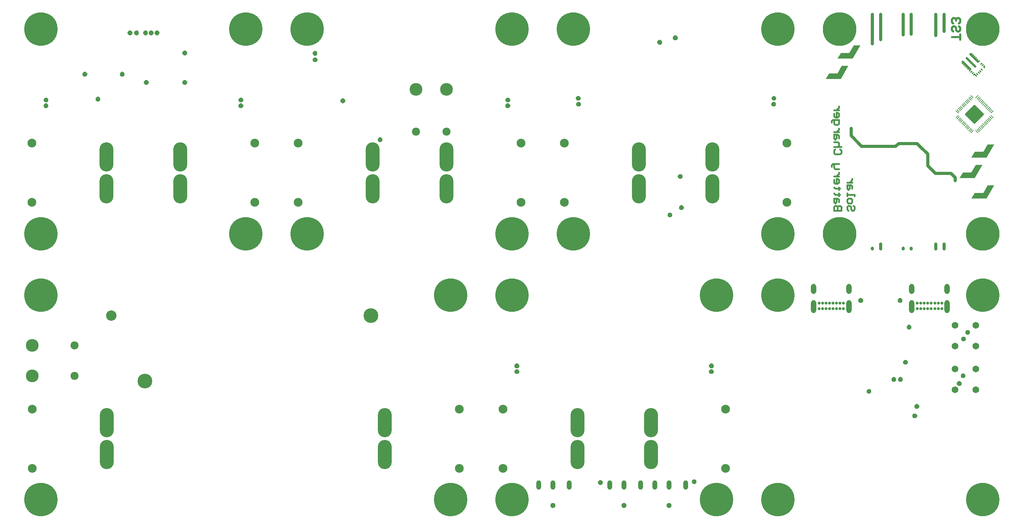
<source format=gbs>
G04*
G04 #@! TF.GenerationSoftware,Altium Limited,Altium Designer,23.7.1 (13)*
G04*
G04 Layer_Color=6502151*
%FSLAX25Y25*%
%MOIN*%
G70*
G04*
G04 #@! TF.SameCoordinates,97747FA3-686D-44AE-B9B3-03A7D2E65678*
G04*
G04*
G04 #@! TF.FilePolarity,Negative*
G04*
G01*
G75*
%ADD30C,0.01968*%
%ADD34C,0.01772*%
G04:AMPARAMS|DCode=61|XSize=51.18mil|YSize=98.43mil|CornerRadius=25.59mil|HoleSize=0mil|Usage=FLASHONLY|Rotation=180.000|XOffset=0mil|YOffset=0mil|HoleType=Round|Shape=RoundedRectangle|*
%AMROUNDEDRECTD61*
21,1,0.05118,0.04724,0,0,180.0*
21,1,0.00000,0.09843,0,0,180.0*
1,1,0.05118,0.00000,0.02362*
1,1,0.05118,0.00000,0.02362*
1,1,0.05118,0.00000,-0.02362*
1,1,0.05118,0.00000,-0.02362*
%
%ADD61ROUNDEDRECTD61*%
G04:AMPARAMS|DCode=101|XSize=125.98mil|YSize=51.18mil|CornerRadius=25.59mil|HoleSize=0mil|Usage=FLASHONLY|Rotation=270.000|XOffset=0mil|YOffset=0mil|HoleType=Round|Shape=RoundedRectangle|*
%AMROUNDEDRECTD101*
21,1,0.12598,0.00000,0,0,270.0*
21,1,0.07480,0.05118,0,0,270.0*
1,1,0.05118,0.00000,-0.03740*
1,1,0.05118,0.00000,0.03740*
1,1,0.05118,0.00000,0.03740*
1,1,0.05118,0.00000,-0.03740*
%
%ADD101ROUNDEDRECTD101*%
%ADD102C,0.02756*%
G04:AMPARAMS|DCode=103|XSize=27.56mil|YSize=62.99mil|CornerRadius=13.78mil|HoleSize=0mil|Usage=FLASHONLY|Rotation=180.000|XOffset=0mil|YOffset=0mil|HoleType=Round|Shape=RoundedRectangle|*
%AMROUNDEDRECTD103*
21,1,0.02756,0.03543,0,0,180.0*
21,1,0.00000,0.06299,0,0,180.0*
1,1,0.02756,0.00000,0.01772*
1,1,0.02756,0.00000,0.01772*
1,1,0.02756,0.00000,-0.01772*
1,1,0.02756,0.00000,-0.01772*
%
%ADD103ROUNDEDRECTD103*%
%ADD105C,0.05118*%
G04:AMPARAMS|DCode=113|XSize=34.45mil|YSize=7.87mil|CornerRadius=1.18mil|HoleSize=0mil|Usage=FLASHONLY|Rotation=45.000|XOffset=0mil|YOffset=0mil|HoleType=Round|Shape=RoundedRectangle|*
%AMROUNDEDRECTD113*
21,1,0.03445,0.00551,0,0,45.0*
21,1,0.03209,0.00787,0,0,45.0*
1,1,0.00236,0.01329,0.00940*
1,1,0.00236,-0.00940,-0.01329*
1,1,0.00236,-0.01329,-0.00940*
1,1,0.00236,0.00940,0.01329*
%
%ADD113ROUNDEDRECTD113*%
G04:AMPARAMS|DCode=114|XSize=7.87mil|YSize=34.45mil|CornerRadius=1.18mil|HoleSize=0mil|Usage=FLASHONLY|Rotation=45.000|XOffset=0mil|YOffset=0mil|HoleType=Round|Shape=RoundedRectangle|*
%AMROUNDEDRECTD114*
21,1,0.00787,0.03209,0,0,45.0*
21,1,0.00551,0.03445,0,0,45.0*
1,1,0.00236,0.01329,-0.00940*
1,1,0.00236,0.00940,-0.01329*
1,1,0.00236,-0.01329,0.00940*
1,1,0.00236,-0.00940,0.01329*
%
%ADD114ROUNDEDRECTD114*%
%ADD198C,0.32296*%
%ADD199C,0.06312*%
%ADD200C,0.08465*%
%ADD201C,0.12284*%
%ADD202C,0.07795*%
%ADD203C,0.14173*%
%ADD204C,0.10000*%
%ADD205O,0.13386X0.28150*%
%ADD206C,0.32087*%
%ADD207C,0.06496*%
%ADD208O,0.04756X0.09118*%
G04:AMPARAMS|DCode=209|XSize=20.47mil|YSize=11.81mil|CornerRadius=2.95mil|HoleSize=0mil|Usage=FLASHONLY|Rotation=135.000|XOffset=0mil|YOffset=0mil|HoleType=Round|Shape=RoundedRectangle|*
%AMROUNDEDRECTD209*
21,1,0.02047,0.00591,0,0,135.0*
21,1,0.01457,0.01181,0,0,135.0*
1,1,0.00591,-0.00306,0.00724*
1,1,0.00591,0.00724,-0.00306*
1,1,0.00591,0.00306,-0.00724*
1,1,0.00591,-0.00724,0.00306*
%
%ADD209ROUNDEDRECTD209*%
G04:AMPARAMS|DCode=210|XSize=11.81mil|YSize=21.06mil|CornerRadius=2.95mil|HoleSize=0mil|Usage=FLASHONLY|Rotation=45.000|XOffset=0mil|YOffset=0mil|HoleType=Round|Shape=RoundedRectangle|*
%AMROUNDEDRECTD210*
21,1,0.01181,0.01516,0,0,45.0*
21,1,0.00591,0.02106,0,0,45.0*
1,1,0.00591,0.00745,-0.00327*
1,1,0.00591,0.00327,-0.00745*
1,1,0.00591,-0.00745,0.00327*
1,1,0.00591,-0.00327,0.00745*
%
%ADD210ROUNDEDRECTD210*%
G04:AMPARAMS|DCode=211|XSize=11.81mil|YSize=21.06mil|CornerRadius=2.95mil|HoleSize=0mil|Usage=FLASHONLY|Rotation=135.000|XOffset=0mil|YOffset=0mil|HoleType=Round|Shape=RoundedRectangle|*
%AMROUNDEDRECTD211*
21,1,0.01181,0.01516,0,0,135.0*
21,1,0.00591,0.02106,0,0,135.0*
1,1,0.00591,0.00327,0.00745*
1,1,0.00591,0.00745,0.00327*
1,1,0.00591,-0.00327,-0.00745*
1,1,0.00591,-0.00745,-0.00327*
%
%ADD211ROUNDEDRECTD211*%
G04:AMPARAMS|DCode=212|XSize=11.81mil|YSize=34.96mil|CornerRadius=2.95mil|HoleSize=0mil|Usage=FLASHONLY|Rotation=225.000|XOffset=0mil|YOffset=0mil|HoleType=Round|Shape=RoundedRectangle|*
%AMROUNDEDRECTD212*
21,1,0.01181,0.02906,0,0,225.0*
21,1,0.00591,0.03496,0,0,225.0*
1,1,0.00591,-0.01236,0.00819*
1,1,0.00591,-0.00819,0.01236*
1,1,0.00591,0.01236,-0.00819*
1,1,0.00591,0.00819,-0.01236*
%
%ADD212ROUNDEDRECTD212*%
G04:AMPARAMS|DCode=213|XSize=11.81mil|YSize=20.47mil|CornerRadius=2.95mil|HoleSize=0mil|Usage=FLASHONLY|Rotation=135.000|XOffset=0mil|YOffset=0mil|HoleType=Round|Shape=RoundedRectangle|*
%AMROUNDEDRECTD213*
21,1,0.01181,0.01457,0,0,135.0*
21,1,0.00591,0.02047,0,0,135.0*
1,1,0.00591,0.00306,0.00724*
1,1,0.00591,0.00724,0.00306*
1,1,0.00591,-0.00306,-0.00724*
1,1,0.00591,-0.00724,-0.00306*
%
%ADD213ROUNDEDRECTD213*%
G04:AMPARAMS|DCode=214|XSize=18.9mil|YSize=134.06mil|CornerRadius=4.72mil|HoleSize=0mil|Usage=FLASHONLY|Rotation=225.000|XOffset=0mil|YOffset=0mil|HoleType=Round|Shape=RoundedRectangle|*
%AMROUNDEDRECTD214*
21,1,0.01890,0.12461,0,0,225.0*
21,1,0.00945,0.13406,0,0,225.0*
1,1,0.00945,-0.04740,0.04071*
1,1,0.00945,-0.04071,0.04740*
1,1,0.00945,0.04740,-0.04071*
1,1,0.00945,0.04071,-0.04740*
%
%ADD214ROUNDEDRECTD214*%
G04:AMPARAMS|DCode=215|XSize=23.23mil|YSize=118.11mil|CornerRadius=5.81mil|HoleSize=0mil|Usage=FLASHONLY|Rotation=225.000|XOffset=0mil|YOffset=0mil|HoleType=Round|Shape=RoundedRectangle|*
%AMROUNDEDRECTD215*
21,1,0.02323,0.10650,0,0,225.0*
21,1,0.01161,0.11811,0,0,225.0*
1,1,0.01161,-0.04176,0.03355*
1,1,0.01161,-0.03355,0.04176*
1,1,0.01161,0.04176,-0.03355*
1,1,0.01161,0.03355,-0.04176*
%
%ADD215ROUNDEDRECTD215*%
%ADD216C,0.02953*%
G04:AMPARAMS|DCode=217|XSize=133.98mil|YSize=133.98mil|CornerRadius=7.15mil|HoleSize=0mil|Usage=FLASHONLY|Rotation=45.000|XOffset=0mil|YOffset=0mil|HoleType=Round|Shape=RoundedRectangle|*
%AMROUNDEDRECTD217*
21,1,0.13398,0.11969,0,0,45.0*
21,1,0.11969,0.13398,0,0,45.0*
1,1,0.01430,0.08463,0.00000*
1,1,0.01430,0.00000,-0.08463*
1,1,0.01430,-0.08463,0.00000*
1,1,0.01430,0.00000,0.08463*
%
%ADD217ROUNDEDRECTD217*%
G36*
X230361Y569584D02*
X230406Y569573D01*
X230437Y569560D01*
X230449Y569555D01*
X230489Y569531D01*
X230524Y569501D01*
X231705Y568320D01*
X231736Y568284D01*
X231760Y568245D01*
X231765Y568232D01*
X231778Y568202D01*
X231789Y568157D01*
X231792Y568110D01*
Y566535D01*
X231789Y566489D01*
X231778Y566444D01*
X231765Y566413D01*
X231760Y566401D01*
X231736Y566361D01*
X231705Y566326D01*
X230524Y565145D01*
X230489Y565115D01*
X230449Y565090D01*
X230437Y565085D01*
X230406Y565073D01*
X230361Y565062D01*
X230315Y565058D01*
X228740D01*
X228694Y565062D01*
X228649Y565073D01*
X228618Y565085D01*
X228606Y565090D01*
X228566Y565115D01*
X228531Y565145D01*
X227350Y566326D01*
X227319Y566361D01*
X227295Y566401D01*
X227290Y566413D01*
X227277Y566444D01*
X227267Y566489D01*
X227263Y566535D01*
Y568110D01*
X227267Y568157D01*
X227277Y568202D01*
X227290Y568232D01*
X227295Y568245D01*
X227319Y568284D01*
X227350Y568320D01*
X228531Y569501D01*
X228566Y569531D01*
X228606Y569555D01*
X228618Y569560D01*
X228649Y569573D01*
X228694Y569584D01*
X228740Y569588D01*
X230315D01*
X230361Y569584D01*
D02*
G37*
G36*
X224850D02*
X224895Y569573D01*
X224925Y569560D01*
X224938Y569555D01*
X224977Y569531D01*
X225013Y569501D01*
X226194Y568320D01*
X226224Y568284D01*
X226248Y568245D01*
X226253Y568232D01*
X226266Y568202D01*
X226277Y568157D01*
X226280Y568110D01*
Y566535D01*
X226277Y566489D01*
X226266Y566444D01*
X226253Y566413D01*
X226248Y566401D01*
X226224Y566361D01*
X226194Y566326D01*
X225013Y565145D01*
X224977Y565115D01*
X224938Y565090D01*
X224925Y565085D01*
X224895Y565073D01*
X224850Y565062D01*
X224803Y565058D01*
X223228D01*
X223182Y565062D01*
X223137Y565073D01*
X223106Y565085D01*
X223094Y565090D01*
X223054Y565115D01*
X223019Y565145D01*
X221838Y566326D01*
X221808Y566361D01*
X221783Y566401D01*
X221778Y566413D01*
X221765Y566444D01*
X221755Y566489D01*
X221751Y566535D01*
Y568110D01*
X221755Y568157D01*
X221765Y568202D01*
X221778Y568232D01*
X221783Y568245D01*
X221808Y568284D01*
X221838Y568320D01*
X223019Y569501D01*
X223054Y569531D01*
X223094Y569555D01*
X223106Y569560D01*
X223137Y569573D01*
X223182Y569584D01*
X223228Y569588D01*
X224803D01*
X224850Y569584D01*
D02*
G37*
G36*
X219338D02*
X219383Y569573D01*
X219413Y569560D01*
X219426Y569555D01*
X219465Y569531D01*
X219501Y569501D01*
X220682Y568320D01*
X220712Y568284D01*
X220736Y568245D01*
X220742Y568232D01*
X220754Y568202D01*
X220765Y568157D01*
X220769Y568110D01*
Y566535D01*
X220765Y566489D01*
X220754Y566444D01*
X220742Y566413D01*
X220736Y566401D01*
X220712Y566361D01*
X220682Y566326D01*
X219501Y565145D01*
X219465Y565115D01*
X219426Y565090D01*
X219413Y565085D01*
X219383Y565073D01*
X219338Y565062D01*
X219291Y565058D01*
X217717D01*
X217670Y565062D01*
X217625Y565073D01*
X217595Y565085D01*
X217582Y565090D01*
X217542Y565115D01*
X217507Y565145D01*
X216326Y566326D01*
X216296Y566361D01*
X216271Y566401D01*
X216266Y566413D01*
X216254Y566444D01*
X216243Y566489D01*
X216239Y566535D01*
Y568110D01*
X216243Y568157D01*
X216254Y568202D01*
X216266Y568232D01*
X216271Y568245D01*
X216296Y568284D01*
X216326Y568320D01*
X217507Y569501D01*
X217542Y569531D01*
X217582Y569555D01*
X217595Y569560D01*
X217625Y569573D01*
X217670Y569584D01*
X217717Y569588D01*
X219291D01*
X219338Y569584D01*
D02*
G37*
G36*
X210676D02*
X210721Y569573D01*
X210752Y569560D01*
X210764Y569555D01*
X210804Y569531D01*
X210839Y569501D01*
X212020Y568320D01*
X212051Y568284D01*
X212075Y568245D01*
X212080Y568232D01*
X212093Y568202D01*
X212104Y568157D01*
X212107Y568110D01*
Y566535D01*
X212104Y566489D01*
X212093Y566444D01*
X212080Y566413D01*
X212075Y566401D01*
X212051Y566361D01*
X212020Y566326D01*
X210839Y565145D01*
X210804Y565115D01*
X210764Y565090D01*
X210752Y565085D01*
X210721Y565073D01*
X210676Y565062D01*
X210630Y565058D01*
X209055D01*
X209009Y565062D01*
X208964Y565073D01*
X208933Y565085D01*
X208921Y565090D01*
X208881Y565115D01*
X208846Y565145D01*
X207665Y566326D01*
X207634Y566361D01*
X207610Y566401D01*
X207605Y566413D01*
X207592Y566444D01*
X207581Y566489D01*
X207578Y566535D01*
Y568110D01*
X207581Y568157D01*
X207592Y568202D01*
X207605Y568232D01*
X207610Y568245D01*
X207634Y568284D01*
X207665Y568320D01*
X208846Y569501D01*
X208881Y569531D01*
X208921Y569555D01*
X208933Y569560D01*
X208964Y569573D01*
X209009Y569584D01*
X209055Y569588D01*
X210630D01*
X210676Y569584D01*
D02*
G37*
G36*
X204377D02*
X204422Y569573D01*
X204453Y569560D01*
X204465Y569555D01*
X204505Y569531D01*
X204540Y569501D01*
X205721Y568320D01*
X205751Y568284D01*
X205776Y568245D01*
X205781Y568232D01*
X205793Y568202D01*
X205804Y568157D01*
X205808Y568110D01*
Y566535D01*
X205804Y566489D01*
X205793Y566444D01*
X205781Y566413D01*
X205776Y566401D01*
X205751Y566361D01*
X205721Y566326D01*
X204540Y565145D01*
X204505Y565115D01*
X204465Y565090D01*
X204453Y565085D01*
X204422Y565073D01*
X204377Y565062D01*
X204331Y565058D01*
X202756D01*
X202710Y565062D01*
X202664Y565073D01*
X202634Y565085D01*
X202621Y565090D01*
X202582Y565115D01*
X202547Y565145D01*
X201365Y566326D01*
X201335Y566361D01*
X201311Y566401D01*
X201306Y566413D01*
X201293Y566444D01*
X201282Y566489D01*
X201279Y566535D01*
Y568110D01*
X201282Y568157D01*
X201293Y568202D01*
X201306Y568232D01*
X201311Y568245D01*
X201335Y568284D01*
X201365Y568320D01*
X202547Y569501D01*
X202582Y569531D01*
X202621Y569555D01*
X202634Y569560D01*
X202664Y569573D01*
X202710Y569584D01*
X202756Y569588D01*
X204331D01*
X204377Y569584D01*
D02*
G37*
G36*
X728787Y564859D02*
X728832Y564849D01*
X728862Y564836D01*
X728875Y564831D01*
X728914Y564807D01*
X728950Y564776D01*
X730131Y563595D01*
X730161Y563560D01*
X730185Y563520D01*
X730190Y563508D01*
X730203Y563477D01*
X730214Y563432D01*
X730217Y563386D01*
Y561811D01*
X730214Y561765D01*
X730203Y561720D01*
X730190Y561689D01*
X730185Y561677D01*
X730161Y561637D01*
X730131Y561602D01*
X728950Y560421D01*
X728914Y560390D01*
X728875Y560366D01*
X728862Y560361D01*
X728832Y560348D01*
X728787Y560337D01*
X728740Y560334D01*
X727165D01*
X727119Y560337D01*
X727074Y560348D01*
X727043Y560361D01*
X727031Y560366D01*
X726991Y560390D01*
X726956Y560421D01*
X725775Y561602D01*
X725745Y561637D01*
X725720Y561677D01*
X725715Y561689D01*
X725702Y561720D01*
X725692Y561765D01*
X725688Y561811D01*
Y563386D01*
X725692Y563432D01*
X725702Y563477D01*
X725715Y563508D01*
X725720Y563520D01*
X725745Y563560D01*
X725775Y563595D01*
X726956Y564776D01*
X726991Y564807D01*
X727031Y564831D01*
X727043Y564836D01*
X727074Y564849D01*
X727119Y564859D01*
X727165Y564863D01*
X728740D01*
X728787Y564859D01*
D02*
G37*
G36*
X713826Y560529D02*
X713871Y560518D01*
X713901Y560505D01*
X713914Y560500D01*
X713954Y560476D01*
X713989Y560446D01*
X715170Y559265D01*
X715200Y559229D01*
X715225Y559190D01*
X715230Y559177D01*
X715242Y559147D01*
X715253Y559101D01*
X715257Y559055D01*
Y557480D01*
X715253Y557434D01*
X715242Y557389D01*
X715230Y557358D01*
X715225Y557346D01*
X715200Y557306D01*
X715170Y557271D01*
X713989Y556090D01*
X713954Y556060D01*
X713914Y556035D01*
X713901Y556030D01*
X713871Y556017D01*
X713826Y556007D01*
X713779Y556003D01*
X712205D01*
X712158Y556007D01*
X712113Y556017D01*
X712083Y556030D01*
X712070Y556035D01*
X712031Y556060D01*
X711995Y556090D01*
X710814Y557271D01*
X710784Y557306D01*
X710760Y557346D01*
X710754Y557358D01*
X710742Y557389D01*
X710731Y557434D01*
X710727Y557480D01*
Y559055D01*
X710731Y559101D01*
X710742Y559147D01*
X710754Y559177D01*
X710760Y559190D01*
X710784Y559229D01*
X710814Y559265D01*
X711995Y560446D01*
X712031Y560476D01*
X712070Y560500D01*
X712083Y560505D01*
X712113Y560518D01*
X712158Y560529D01*
X712205Y560532D01*
X713779D01*
X713826Y560529D01*
D02*
G37*
G36*
X257133Y550292D02*
X257178Y550282D01*
X257208Y550269D01*
X257221Y550264D01*
X257261Y550240D01*
X257296Y550209D01*
X258477Y549028D01*
X258507Y548993D01*
X258532Y548953D01*
X258537Y548941D01*
X258549Y548910D01*
X258560Y548865D01*
X258564Y548819D01*
Y547244D01*
X258560Y547198D01*
X258549Y547153D01*
X258537Y547122D01*
X258532Y547110D01*
X258507Y547070D01*
X258477Y547035D01*
X257296Y545854D01*
X257261Y545823D01*
X257221Y545799D01*
X257208Y545794D01*
X257178Y545781D01*
X257133Y545770D01*
X257087Y545767D01*
X255512D01*
X255466Y545770D01*
X255420Y545781D01*
X255390Y545794D01*
X255377Y545799D01*
X255338Y545823D01*
X255302Y545854D01*
X254121Y547035D01*
X254091Y547070D01*
X254067Y547110D01*
X254062Y547122D01*
X254049Y547153D01*
X254038Y547198D01*
X254034Y547244D01*
Y548819D01*
X254038Y548865D01*
X254049Y548910D01*
X254062Y548941D01*
X254067Y548953D01*
X254091Y548993D01*
X254121Y549028D01*
X255302Y550209D01*
X255338Y550240D01*
X255377Y550264D01*
X255390Y550269D01*
X255420Y550282D01*
X255466Y550293D01*
X255512Y550296D01*
X257087D01*
X257133Y550292D01*
D02*
G37*
G36*
X382330Y549899D02*
X382375Y549888D01*
X382405Y549875D01*
X382418Y549870D01*
X382458Y549846D01*
X382493Y549816D01*
X383674Y548635D01*
X383704Y548599D01*
X383729Y548560D01*
X383734Y548547D01*
X383746Y548517D01*
X383757Y548472D01*
X383761Y548425D01*
Y546850D01*
X383757Y546804D01*
X383746Y546759D01*
X383734Y546729D01*
X383729Y546716D01*
X383704Y546676D01*
X383674Y546641D01*
X382493Y545460D01*
X382458Y545430D01*
X382418Y545405D01*
X382405Y545400D01*
X382375Y545388D01*
X382330Y545377D01*
X382283Y545373D01*
X380709D01*
X380662Y545377D01*
X380617Y545388D01*
X380587Y545400D01*
X380574Y545405D01*
X380535Y545430D01*
X380499Y545460D01*
X379318Y546641D01*
X379288Y546676D01*
X379264Y546716D01*
X379258Y546729D01*
X379246Y546759D01*
X379235Y546804D01*
X379231Y546850D01*
Y548425D01*
X379235Y548472D01*
X379246Y548517D01*
X379258Y548547D01*
X379264Y548560D01*
X379288Y548599D01*
X379318Y548635D01*
X380499Y549816D01*
X380535Y549846D01*
X380574Y549870D01*
X380587Y549875D01*
X380617Y549888D01*
X380662Y549899D01*
X380709Y549902D01*
X382283D01*
X382330Y549899D01*
D02*
G37*
G36*
X898573Y542541D02*
X884026D01*
X887208Y548053D01*
X895391D01*
X899483Y555140D01*
X905847D01*
X898573Y542541D01*
D02*
G37*
G36*
X382367Y543637D02*
X382412Y543626D01*
X382443Y543614D01*
X382455Y543608D01*
X382495Y543584D01*
X382530Y543554D01*
X383711Y542373D01*
X383742Y542338D01*
X383766Y542298D01*
X383771Y542285D01*
X383784Y542255D01*
X383794Y542210D01*
X383798Y542163D01*
Y540589D01*
X383794Y540542D01*
X383784Y540497D01*
X383771Y540467D01*
X383766Y540454D01*
X383742Y540414D01*
X383711Y540379D01*
X382530Y539198D01*
X382495Y539168D01*
X382455Y539144D01*
X382443Y539138D01*
X382412Y539126D01*
X382367Y539115D01*
X382321Y539111D01*
X380746D01*
X380700Y539115D01*
X380655Y539126D01*
X380624Y539138D01*
X380612Y539144D01*
X380572Y539168D01*
X380537Y539198D01*
X379356Y540379D01*
X379325Y540414D01*
X379301Y540454D01*
X379296Y540467D01*
X379283Y540497D01*
X379272Y540542D01*
X379269Y540589D01*
Y542163D01*
X379272Y542210D01*
X379283Y542255D01*
X379296Y542285D01*
X379301Y542298D01*
X379325Y542338D01*
X379356Y542373D01*
X380537Y543554D01*
X380572Y543584D01*
X380612Y543608D01*
X380624Y543614D01*
X380655Y543626D01*
X380700Y543637D01*
X380746Y543641D01*
X382321D01*
X382367Y543637D01*
D02*
G37*
G36*
X196897Y529820D02*
X196942Y529809D01*
X196972Y529797D01*
X196985Y529791D01*
X197025Y529767D01*
X197060Y529737D01*
X198241Y528556D01*
X198271Y528521D01*
X198295Y528481D01*
X198301Y528468D01*
X198313Y528438D01*
X198324Y528393D01*
X198328Y528346D01*
Y526772D01*
X198324Y526725D01*
X198313Y526680D01*
X198301Y526650D01*
X198295Y526637D01*
X198271Y526597D01*
X198241Y526562D01*
X197060Y525381D01*
X197025Y525351D01*
X196985Y525327D01*
X196972Y525321D01*
X196942Y525309D01*
X196897Y525298D01*
X196850Y525294D01*
X195276D01*
X195229Y525298D01*
X195184Y525309D01*
X195154Y525321D01*
X195141Y525327D01*
X195101Y525351D01*
X195066Y525381D01*
X193885Y526562D01*
X193855Y526597D01*
X193831Y526637D01*
X193825Y526650D01*
X193813Y526680D01*
X193802Y526725D01*
X193798Y526772D01*
Y528346D01*
X193802Y528393D01*
X193813Y528438D01*
X193825Y528468D01*
X193831Y528481D01*
X193855Y528521D01*
X193885Y528556D01*
X195066Y529737D01*
X195101Y529767D01*
X195141Y529791D01*
X195154Y529797D01*
X195184Y529809D01*
X195229Y529820D01*
X195276Y529824D01*
X196850D01*
X196897Y529820D01*
D02*
G37*
G36*
X161070D02*
X161115Y529809D01*
X161145Y529797D01*
X161158Y529791D01*
X161198Y529767D01*
X161233Y529737D01*
X162414Y528556D01*
X162444Y528521D01*
X162469Y528481D01*
X162474Y528468D01*
X162486Y528438D01*
X162497Y528393D01*
X162501Y528346D01*
Y526772D01*
X162497Y526725D01*
X162486Y526680D01*
X162474Y526650D01*
X162469Y526637D01*
X162444Y526597D01*
X162414Y526562D01*
X161233Y525381D01*
X161198Y525351D01*
X161158Y525327D01*
X161145Y525321D01*
X161115Y525309D01*
X161070Y525298D01*
X161024Y525294D01*
X159449D01*
X159403Y525298D01*
X159357Y525309D01*
X159327Y525321D01*
X159314Y525327D01*
X159275Y525351D01*
X159239Y525381D01*
X158058Y526562D01*
X158028Y526597D01*
X158004Y526637D01*
X157999Y526650D01*
X157986Y526680D01*
X157975Y526725D01*
X157972Y526772D01*
Y528346D01*
X157975Y528393D01*
X157986Y528438D01*
X157999Y528468D01*
X158004Y528481D01*
X158028Y528521D01*
X158058Y528556D01*
X159239Y529737D01*
X159275Y529767D01*
X159314Y529791D01*
X159327Y529797D01*
X159357Y529809D01*
X159403Y529820D01*
X159449Y529824D01*
X161024D01*
X161070Y529820D01*
D02*
G37*
G36*
X887156Y522856D02*
X872609D01*
X875791Y528368D01*
X883974D01*
X888065Y535455D01*
X894430D01*
X887156Y522856D01*
D02*
G37*
G36*
X257133Y521946D02*
X257178Y521935D01*
X257208Y521923D01*
X257221Y521917D01*
X257261Y521893D01*
X257296Y521863D01*
X258477Y520682D01*
X258507Y520646D01*
X258532Y520607D01*
X258537Y520594D01*
X258549Y520564D01*
X258560Y520519D01*
X258564Y520472D01*
Y518898D01*
X258560Y518851D01*
X258549Y518806D01*
X258537Y518776D01*
X258532Y518763D01*
X258507Y518723D01*
X258477Y518688D01*
X257296Y517507D01*
X257261Y517477D01*
X257221Y517453D01*
X257208Y517447D01*
X257178Y517435D01*
X257133Y517424D01*
X257087Y517420D01*
X255512D01*
X255466Y517424D01*
X255420Y517435D01*
X255390Y517447D01*
X255377Y517453D01*
X255338Y517477D01*
X255302Y517507D01*
X254121Y518688D01*
X254091Y518723D01*
X254067Y518763D01*
X254062Y518776D01*
X254049Y518806D01*
X254038Y518851D01*
X254034Y518898D01*
Y520472D01*
X254038Y520519D01*
X254049Y520564D01*
X254062Y520594D01*
X254067Y520607D01*
X254091Y520646D01*
X254121Y520682D01*
X255302Y521863D01*
X255338Y521893D01*
X255377Y521917D01*
X255390Y521923D01*
X255420Y521935D01*
X255466Y521946D01*
X255512Y521950D01*
X257087D01*
X257133Y521946D01*
D02*
G37*
G36*
X220125D02*
X220170Y521935D01*
X220201Y521923D01*
X220213Y521917D01*
X220253Y521893D01*
X220288Y521863D01*
X221469Y520682D01*
X221499Y520646D01*
X221524Y520607D01*
X221529Y520594D01*
X221542Y520564D01*
X221552Y520519D01*
X221556Y520472D01*
Y518898D01*
X221552Y518851D01*
X221542Y518806D01*
X221529Y518776D01*
X221524Y518763D01*
X221499Y518723D01*
X221469Y518688D01*
X220288Y517507D01*
X220253Y517477D01*
X220213Y517453D01*
X220201Y517447D01*
X220170Y517435D01*
X220125Y517424D01*
X220079Y517420D01*
X218504D01*
X218458Y517424D01*
X218412Y517435D01*
X218382Y517447D01*
X218370Y517453D01*
X218330Y517477D01*
X218295Y517507D01*
X217113Y518688D01*
X217083Y518723D01*
X217059Y518763D01*
X217054Y518776D01*
X217041Y518806D01*
X217030Y518851D01*
X217027Y518898D01*
Y520472D01*
X217030Y520519D01*
X217041Y520564D01*
X217054Y520594D01*
X217059Y520607D01*
X217083Y520646D01*
X217113Y520682D01*
X218295Y521863D01*
X218330Y521893D01*
X218370Y521917D01*
X218382Y521923D01*
X218412Y521935D01*
X218458Y521946D01*
X218504Y521950D01*
X220079D01*
X220125Y521946D01*
D02*
G37*
G36*
X823619Y506641D02*
X823664Y506630D01*
X823695Y506618D01*
X823707Y506612D01*
X823747Y506588D01*
X823782Y506558D01*
X824963Y505377D01*
X824994Y505341D01*
X825018Y505302D01*
X825023Y505289D01*
X825036Y505259D01*
X825047Y505214D01*
X825050Y505167D01*
Y503592D01*
X825047Y503546D01*
X825036Y503501D01*
X825023Y503471D01*
X825018Y503458D01*
X824994Y503418D01*
X824963Y503383D01*
X823782Y502202D01*
X823747Y502172D01*
X823707Y502147D01*
X823695Y502142D01*
X823664Y502130D01*
X823619Y502119D01*
X823573Y502115D01*
X821998D01*
X821952Y502119D01*
X821906Y502130D01*
X821876Y502142D01*
X821863Y502147D01*
X821824Y502172D01*
X821789Y502202D01*
X820607Y503383D01*
X820577Y503418D01*
X820553Y503458D01*
X820548Y503471D01*
X820535Y503501D01*
X820524Y503546D01*
X820521Y503592D01*
Y505167D01*
X820524Y505214D01*
X820535Y505259D01*
X820548Y505289D01*
X820553Y505302D01*
X820577Y505341D01*
X820607Y505377D01*
X821789Y506558D01*
X821824Y506588D01*
X821863Y506612D01*
X821876Y506618D01*
X821906Y506630D01*
X821952Y506641D01*
X821998Y506645D01*
X823573D01*
X823619Y506641D01*
D02*
G37*
G36*
X635529D02*
X635574Y506630D01*
X635604Y506618D01*
X635617Y506612D01*
X635656Y506588D01*
X635692Y506558D01*
X636873Y505377D01*
X636903Y505341D01*
X636927Y505302D01*
X636933Y505289D01*
X636945Y505259D01*
X636956Y505214D01*
X636960Y505167D01*
Y503592D01*
X636956Y503546D01*
X636945Y503501D01*
X636933Y503471D01*
X636927Y503458D01*
X636903Y503418D01*
X636873Y503383D01*
X635692Y502202D01*
X635656Y502172D01*
X635617Y502147D01*
X635604Y502142D01*
X635574Y502130D01*
X635529Y502119D01*
X635482Y502115D01*
X633908D01*
X633861Y502119D01*
X633816Y502130D01*
X633786Y502142D01*
X633773Y502147D01*
X633733Y502172D01*
X633698Y502202D01*
X632517Y503383D01*
X632487Y503418D01*
X632462Y503458D01*
X632457Y503471D01*
X632445Y503501D01*
X632434Y503546D01*
X632430Y503592D01*
Y505167D01*
X632434Y505214D01*
X632445Y505259D01*
X632457Y505289D01*
X632462Y505302D01*
X632487Y505341D01*
X632517Y505377D01*
X633698Y506558D01*
X633733Y506588D01*
X633773Y506612D01*
X633786Y506618D01*
X633816Y506630D01*
X633861Y506641D01*
X633908Y506645D01*
X635482D01*
X635529Y506641D01*
D02*
G37*
G36*
X173668Y505804D02*
X173714Y505794D01*
X173744Y505781D01*
X173757Y505776D01*
X173796Y505751D01*
X173831Y505721D01*
X175013Y504540D01*
X175043Y504505D01*
X175067Y504465D01*
X175072Y504453D01*
X175085Y504422D01*
X175096Y504377D01*
X175099Y504331D01*
Y502756D01*
X175096Y502710D01*
X175085Y502664D01*
X175072Y502634D01*
X175067Y502621D01*
X175043Y502582D01*
X175013Y502547D01*
X173831Y501365D01*
X173796Y501335D01*
X173757Y501311D01*
X173744Y501306D01*
X173714Y501293D01*
X173668Y501282D01*
X173622Y501279D01*
X172047D01*
X172001Y501282D01*
X171956Y501293D01*
X171925Y501306D01*
X171913Y501311D01*
X171873Y501335D01*
X171838Y501365D01*
X170657Y502547D01*
X170626Y502582D01*
X170602Y502621D01*
X170597Y502634D01*
X170584Y502664D01*
X170574Y502710D01*
X170570Y502756D01*
Y504331D01*
X170574Y504377D01*
X170584Y504422D01*
X170597Y504453D01*
X170602Y504465D01*
X170626Y504505D01*
X170657Y504540D01*
X171838Y505721D01*
X171873Y505751D01*
X171913Y505776D01*
X171925Y505781D01*
X171956Y505794D01*
X172001Y505804D01*
X172047Y505808D01*
X173622D01*
X173668Y505804D01*
D02*
G37*
G36*
X567763Y505017D02*
X567808Y505006D01*
X567838Y504993D01*
X567851Y504988D01*
X567891Y504964D01*
X567926Y504934D01*
X569107Y503753D01*
X569137Y503717D01*
X569162Y503678D01*
X569167Y503665D01*
X569179Y503635D01*
X569190Y503590D01*
X569194Y503543D01*
Y501968D01*
X569190Y501922D01*
X569179Y501877D01*
X569167Y501847D01*
X569162Y501834D01*
X569137Y501794D01*
X569107Y501759D01*
X567926Y500578D01*
X567891Y500548D01*
X567851Y500524D01*
X567838Y500518D01*
X567808Y500506D01*
X567763Y500495D01*
X567717Y500491D01*
X566142D01*
X566095Y500495D01*
X566050Y500506D01*
X566020Y500518D01*
X566007Y500524D01*
X565968Y500548D01*
X565932Y500578D01*
X564751Y501759D01*
X564721Y501794D01*
X564697Y501834D01*
X564691Y501847D01*
X564679Y501877D01*
X564668Y501922D01*
X564664Y501968D01*
Y503543D01*
X564668Y503590D01*
X564679Y503635D01*
X564691Y503665D01*
X564697Y503678D01*
X564721Y503717D01*
X564751Y503753D01*
X565932Y504934D01*
X565968Y504964D01*
X566007Y504988D01*
X566020Y504993D01*
X566050Y505006D01*
X566095Y505017D01*
X566142Y505021D01*
X567717D01*
X567763Y505017D01*
D02*
G37*
G36*
X311070Y505017D02*
X311115Y505006D01*
X311145Y504993D01*
X311158Y504988D01*
X311198Y504964D01*
X311233Y504934D01*
X312414Y503753D01*
X312444Y503717D01*
X312469Y503678D01*
X312474Y503665D01*
X312486Y503635D01*
X312497Y503590D01*
X312501Y503543D01*
Y501968D01*
X312497Y501922D01*
X312486Y501877D01*
X312474Y501847D01*
X312469Y501834D01*
X312444Y501794D01*
X312414Y501759D01*
X311233Y500578D01*
X311198Y500548D01*
X311158Y500524D01*
X311145Y500518D01*
X311115Y500506D01*
X311070Y500495D01*
X311024Y500491D01*
X309449D01*
X309402Y500495D01*
X309357Y500506D01*
X309327Y500518D01*
X309314Y500524D01*
X309275Y500548D01*
X309239Y500578D01*
X308058Y501759D01*
X308028Y501794D01*
X308004Y501834D01*
X307999Y501847D01*
X307986Y501877D01*
X307975Y501922D01*
X307972Y501968D01*
Y503543D01*
X307975Y503590D01*
X307986Y503635D01*
X307999Y503665D01*
X308004Y503678D01*
X308028Y503717D01*
X308058Y503753D01*
X309239Y504934D01*
X309275Y504964D01*
X309314Y504988D01*
X309327Y504993D01*
X309357Y505006D01*
X309402Y505017D01*
X309449Y505021D01*
X311024D01*
X311070Y505017D01*
D02*
G37*
G36*
X123668D02*
X123714Y505006D01*
X123744Y504993D01*
X123757Y504988D01*
X123796Y504964D01*
X123831Y504934D01*
X125013Y503753D01*
X125043Y503717D01*
X125067Y503678D01*
X125072Y503665D01*
X125085Y503635D01*
X125096Y503590D01*
X125099Y503543D01*
Y501968D01*
X125096Y501922D01*
X125085Y501877D01*
X125072Y501847D01*
X125067Y501834D01*
X125043Y501794D01*
X125013Y501759D01*
X123831Y500578D01*
X123796Y500548D01*
X123757Y500524D01*
X123744Y500518D01*
X123714Y500506D01*
X123668Y500495D01*
X123622Y500491D01*
X122047D01*
X122001Y500495D01*
X121956Y500506D01*
X121925Y500518D01*
X121913Y500524D01*
X121873Y500548D01*
X121838Y500578D01*
X120657Y501759D01*
X120626Y501794D01*
X120602Y501834D01*
X120597Y501847D01*
X120584Y501877D01*
X120574Y501922D01*
X120570Y501968D01*
Y503543D01*
X120574Y503590D01*
X120584Y503635D01*
X120597Y503665D01*
X120602Y503678D01*
X120626Y503717D01*
X120657Y503753D01*
X121838Y504934D01*
X121873Y504964D01*
X121913Y504988D01*
X121925Y504993D01*
X121956Y505006D01*
X122001Y505017D01*
X122047Y505021D01*
X123622D01*
X123668Y505017D01*
D02*
G37*
G36*
X409101Y504230D02*
X409147Y504219D01*
X409177Y504206D01*
X409190Y504201D01*
X409229Y504177D01*
X409265Y504146D01*
X410446Y502965D01*
X410476Y502930D01*
X410500Y502890D01*
X410505Y502878D01*
X410518Y502847D01*
X410529Y502802D01*
X410532Y502756D01*
Y501181D01*
X410529Y501135D01*
X410518Y501090D01*
X410505Y501059D01*
X410500Y501047D01*
X410476Y501007D01*
X410446Y500972D01*
X409265Y499791D01*
X409229Y499760D01*
X409190Y499736D01*
X409177Y499731D01*
X409147Y499718D01*
X409101Y499708D01*
X409055Y499704D01*
X407480D01*
X407434Y499708D01*
X407389Y499718D01*
X407358Y499731D01*
X407346Y499736D01*
X407306Y499760D01*
X407271Y499791D01*
X406090Y500972D01*
X406060Y501007D01*
X406035Y501047D01*
X406030Y501059D01*
X406017Y501090D01*
X406007Y501135D01*
X406003Y501181D01*
Y502756D01*
X406007Y502802D01*
X406017Y502847D01*
X406030Y502878D01*
X406035Y502890D01*
X406060Y502930D01*
X406090Y502965D01*
X407271Y504146D01*
X407306Y504177D01*
X407346Y504201D01*
X407358Y504206D01*
X407389Y504219D01*
X407434Y504230D01*
X407480Y504233D01*
X409055D01*
X409101Y504230D01*
D02*
G37*
G36*
X823324Y501031D02*
X823369Y501020D01*
X823400Y501007D01*
X823412Y501002D01*
X823452Y500978D01*
X823487Y500948D01*
X824668Y499766D01*
X824698Y499731D01*
X824723Y499692D01*
X824728Y499679D01*
X824740Y499649D01*
X824751Y499603D01*
X824755Y499557D01*
Y497982D01*
X824751Y497936D01*
X824740Y497891D01*
X824728Y497860D01*
X824723Y497848D01*
X824698Y497808D01*
X824668Y497773D01*
X823487Y496592D01*
X823452Y496562D01*
X823412Y496537D01*
X823400Y496532D01*
X823369Y496520D01*
X823324Y496509D01*
X823278Y496505D01*
X821703D01*
X821656Y496509D01*
X821611Y496520D01*
X821581Y496532D01*
X821568Y496537D01*
X821529Y496562D01*
X821493Y496592D01*
X820312Y497773D01*
X820282Y497808D01*
X820258Y497848D01*
X820253Y497860D01*
X820240Y497891D01*
X820229Y497936D01*
X820225Y497982D01*
Y499557D01*
X820229Y499603D01*
X820240Y499649D01*
X820253Y499679D01*
X820258Y499692D01*
X820282Y499731D01*
X820312Y499766D01*
X821493Y500948D01*
X821529Y500978D01*
X821568Y501002D01*
X821581Y501007D01*
X821611Y501020D01*
X821656Y501031D01*
X821703Y501034D01*
X823278D01*
X823324Y501031D01*
D02*
G37*
G36*
X635824D02*
X635869Y501020D01*
X635899Y501007D01*
X635912Y501002D01*
X635952Y500978D01*
X635987Y500948D01*
X637168Y499766D01*
X637198Y499731D01*
X637223Y499692D01*
X637228Y499679D01*
X637240Y499649D01*
X637251Y499603D01*
X637255Y499557D01*
Y497982D01*
X637251Y497936D01*
X637240Y497891D01*
X637228Y497860D01*
X637223Y497848D01*
X637198Y497808D01*
X637168Y497773D01*
X635987Y496592D01*
X635952Y496562D01*
X635912Y496537D01*
X635899Y496532D01*
X635869Y496520D01*
X635824Y496509D01*
X635778Y496505D01*
X634203D01*
X634156Y496509D01*
X634111Y496520D01*
X634081Y496532D01*
X634068Y496537D01*
X634029Y496562D01*
X633993Y496592D01*
X632812Y497773D01*
X632782Y497808D01*
X632758Y497848D01*
X632753Y497860D01*
X632740Y497891D01*
X632729Y497936D01*
X632725Y497982D01*
Y499557D01*
X632729Y499603D01*
X632740Y499649D01*
X632753Y499679D01*
X632758Y499692D01*
X632782Y499731D01*
X632812Y499766D01*
X633993Y500948D01*
X634029Y500978D01*
X634068Y501002D01*
X634081Y501007D01*
X634111Y501020D01*
X634156Y501031D01*
X634203Y501034D01*
X635778D01*
X635824Y501031D01*
D02*
G37*
G36*
X567763Y499505D02*
X567808Y499494D01*
X567838Y499482D01*
X567851Y499476D01*
X567891Y499452D01*
X567926Y499422D01*
X569107Y498241D01*
X569137Y498206D01*
X569162Y498166D01*
X569167Y498153D01*
X569179Y498123D01*
X569190Y498078D01*
X569194Y498032D01*
Y496457D01*
X569190Y496410D01*
X569179Y496365D01*
X569167Y496335D01*
X569162Y496322D01*
X569137Y496283D01*
X569107Y496247D01*
X567926Y495066D01*
X567891Y495036D01*
X567851Y495012D01*
X567838Y495007D01*
X567808Y494994D01*
X567763Y494983D01*
X567717Y494979D01*
X566142D01*
X566095Y494983D01*
X566050Y494994D01*
X566020Y495007D01*
X566007Y495012D01*
X565968Y495036D01*
X565932Y495066D01*
X564751Y496247D01*
X564721Y496283D01*
X564697Y496322D01*
X564691Y496335D01*
X564679Y496365D01*
X564668Y496410D01*
X564664Y496457D01*
Y498032D01*
X564668Y498078D01*
X564679Y498123D01*
X564691Y498153D01*
X564697Y498166D01*
X564721Y498206D01*
X564751Y498241D01*
X565932Y499422D01*
X565968Y499452D01*
X566007Y499476D01*
X566020Y499482D01*
X566050Y499494D01*
X566095Y499505D01*
X566142Y499509D01*
X567717D01*
X567763Y499505D01*
D02*
G37*
G36*
X311070Y499505D02*
X311115Y499494D01*
X311145Y499482D01*
X311158Y499476D01*
X311198Y499452D01*
X311233Y499422D01*
X312414Y498241D01*
X312444Y498206D01*
X312469Y498166D01*
X312474Y498153D01*
X312486Y498123D01*
X312497Y498078D01*
X312501Y498032D01*
Y496457D01*
X312497Y496410D01*
X312486Y496365D01*
X312474Y496335D01*
X312469Y496322D01*
X312444Y496283D01*
X312414Y496247D01*
X311233Y495066D01*
X311198Y495036D01*
X311158Y495012D01*
X311145Y495007D01*
X311115Y494994D01*
X311070Y494983D01*
X311024Y494979D01*
X309449D01*
X309402Y494983D01*
X309357Y494994D01*
X309327Y495007D01*
X309314Y495012D01*
X309275Y495036D01*
X309239Y495066D01*
X308058Y496247D01*
X308028Y496283D01*
X308004Y496322D01*
X307999Y496335D01*
X307986Y496365D01*
X307975Y496410D01*
X307972Y496457D01*
Y498032D01*
X307975Y498078D01*
X307986Y498123D01*
X307999Y498153D01*
X308004Y498166D01*
X308028Y498206D01*
X308058Y498241D01*
X309239Y499422D01*
X309275Y499452D01*
X309314Y499476D01*
X309327Y499482D01*
X309357Y499494D01*
X309402Y499505D01*
X309449Y499509D01*
X311024D01*
X311070Y499505D01*
D02*
G37*
G36*
X123668D02*
X123714Y499494D01*
X123744Y499482D01*
X123757Y499476D01*
X123796Y499452D01*
X123831Y499422D01*
X125013Y498241D01*
X125043Y498206D01*
X125067Y498166D01*
X125072Y498153D01*
X125085Y498123D01*
X125096Y498078D01*
X125099Y498032D01*
Y496457D01*
X125096Y496410D01*
X125085Y496365D01*
X125072Y496335D01*
X125067Y496322D01*
X125043Y496283D01*
X125013Y496247D01*
X123831Y495066D01*
X123796Y495036D01*
X123757Y495012D01*
X123744Y495007D01*
X123714Y494994D01*
X123668Y494983D01*
X123622Y494979D01*
X122047D01*
X122001Y494983D01*
X121956Y494994D01*
X121925Y495007D01*
X121913Y495012D01*
X121873Y495036D01*
X121838Y495066D01*
X120657Y496247D01*
X120626Y496283D01*
X120602Y496322D01*
X120597Y496335D01*
X120584Y496365D01*
X120574Y496410D01*
X120570Y496457D01*
Y498032D01*
X120574Y498078D01*
X120584Y498123D01*
X120597Y498153D01*
X120602Y498166D01*
X120626Y498206D01*
X120657Y498241D01*
X121838Y499422D01*
X121873Y499452D01*
X121913Y499476D01*
X121925Y499482D01*
X121956Y499494D01*
X122001Y499505D01*
X122047Y499509D01*
X123622D01*
X123668Y499505D01*
D02*
G37*
G36*
X444928Y466828D02*
X444973Y466817D01*
X445004Y466805D01*
X445016Y466799D01*
X445056Y466775D01*
X445091Y466745D01*
X446272Y465564D01*
X446303Y465528D01*
X446327Y465489D01*
X446332Y465476D01*
X446345Y465446D01*
X446355Y465401D01*
X446359Y465354D01*
Y463780D01*
X446355Y463733D01*
X446345Y463688D01*
X446332Y463658D01*
X446327Y463645D01*
X446303Y463605D01*
X446272Y463570D01*
X445091Y462389D01*
X445056Y462359D01*
X445016Y462334D01*
X445004Y462329D01*
X444973Y462317D01*
X444928Y462306D01*
X444882Y462302D01*
X443307D01*
X443261Y462306D01*
X443216Y462317D01*
X443185Y462329D01*
X443173Y462334D01*
X443133Y462359D01*
X443098Y462389D01*
X441917Y463570D01*
X441886Y463605D01*
X441862Y463645D01*
X441857Y463658D01*
X441844Y463688D01*
X441833Y463733D01*
X441830Y463780D01*
Y465354D01*
X441833Y465401D01*
X441844Y465446D01*
X441857Y465476D01*
X441862Y465489D01*
X441886Y465528D01*
X441917Y465564D01*
X443098Y466745D01*
X443133Y466775D01*
X443173Y466799D01*
X443185Y466805D01*
X443216Y466817D01*
X443261Y466828D01*
X443307Y466832D01*
X444882D01*
X444928Y466828D01*
D02*
G37*
G36*
X1027314Y447265D02*
X1012766D01*
X1015948Y452777D01*
X1024131D01*
X1028223Y459864D01*
X1034587D01*
X1027314Y447265D01*
D02*
G37*
G36*
X1015896Y427580D02*
X1001349D01*
X1004531Y433092D01*
X1012714D01*
X1016805Y440179D01*
X1023170D01*
X1015896Y427580D01*
D02*
G37*
G36*
X733511Y431395D02*
X733556Y431384D01*
X733586Y431371D01*
X733599Y431366D01*
X733639Y431342D01*
X733674Y431312D01*
X734855Y430131D01*
X734885Y430095D01*
X734910Y430056D01*
X734915Y430043D01*
X734927Y430013D01*
X734938Y429968D01*
X734942Y429921D01*
Y428346D01*
X734938Y428300D01*
X734927Y428255D01*
X734915Y428225D01*
X734910Y428212D01*
X734885Y428172D01*
X734855Y428137D01*
X733674Y426956D01*
X733639Y426926D01*
X733599Y426901D01*
X733586Y426896D01*
X733556Y426884D01*
X733511Y426873D01*
X733465Y426869D01*
X731890D01*
X731843Y426873D01*
X731798Y426884D01*
X731768Y426896D01*
X731755Y426901D01*
X731716Y426926D01*
X731680Y426956D01*
X730499Y428137D01*
X730469Y428172D01*
X730445Y428212D01*
X730440Y428225D01*
X730427Y428255D01*
X730416Y428300D01*
X730412Y428346D01*
Y429921D01*
X730416Y429968D01*
X730427Y430013D01*
X730440Y430043D01*
X730445Y430056D01*
X730469Y430095D01*
X730499Y430131D01*
X731680Y431312D01*
X731716Y431342D01*
X731755Y431366D01*
X731768Y431371D01*
X731798Y431384D01*
X731843Y431395D01*
X731890Y431398D01*
X733465D01*
X733511Y431395D01*
D02*
G37*
G36*
X1027314Y407896D02*
X1012766D01*
X1015948Y413407D01*
X1024131D01*
X1028223Y420494D01*
X1034587D01*
X1027314Y407896D01*
D02*
G37*
G36*
X734692Y401474D02*
X734737Y401463D01*
X734768Y401450D01*
X734780Y401445D01*
X734820Y401421D01*
X734855Y401391D01*
X736036Y400209D01*
X736066Y400174D01*
X736091Y400135D01*
X736096Y400122D01*
X736108Y400092D01*
X736119Y400046D01*
X736123Y400000D01*
Y398425D01*
X736119Y398379D01*
X736108Y398334D01*
X736096Y398303D01*
X736091Y398291D01*
X736066Y398251D01*
X736036Y398216D01*
X734855Y397035D01*
X734820Y397005D01*
X734780Y396980D01*
X734768Y396975D01*
X734737Y396962D01*
X734692Y396952D01*
X734646Y396948D01*
X733071D01*
X733025Y396952D01*
X732979Y396962D01*
X732949Y396975D01*
X732936Y396980D01*
X732897Y397005D01*
X732861Y397035D01*
X731680Y398216D01*
X731650Y398251D01*
X731626Y398291D01*
X731621Y398303D01*
X731608Y398334D01*
X731597Y398379D01*
X731594Y398425D01*
Y400000D01*
X731597Y400046D01*
X731608Y400092D01*
X731621Y400122D01*
X731626Y400135D01*
X731650Y400174D01*
X731680Y400209D01*
X732861Y401391D01*
X732897Y401421D01*
X732936Y401445D01*
X732949Y401450D01*
X732979Y401463D01*
X733025Y401474D01*
X733071Y401477D01*
X734646D01*
X734692Y401474D01*
D02*
G37*
G36*
X723668Y394387D02*
X723714Y394376D01*
X723744Y394364D01*
X723757Y394358D01*
X723796Y394334D01*
X723832Y394304D01*
X725013Y393123D01*
X725043Y393088D01*
X725067Y393048D01*
X725072Y393035D01*
X725085Y393005D01*
X725096Y392960D01*
X725099Y392913D01*
Y391339D01*
X725096Y391292D01*
X725085Y391247D01*
X725072Y391217D01*
X725067Y391204D01*
X725043Y391164D01*
X725013Y391129D01*
X723832Y389948D01*
X723796Y389918D01*
X723757Y389894D01*
X723744Y389888D01*
X723714Y389876D01*
X723668Y389865D01*
X723622Y389861D01*
X722047D01*
X722001Y389865D01*
X721956Y389876D01*
X721925Y389888D01*
X721913Y389894D01*
X721873Y389918D01*
X721838Y389948D01*
X720657Y391129D01*
X720626Y391164D01*
X720602Y391204D01*
X720597Y391217D01*
X720584Y391247D01*
X720574Y391292D01*
X720570Y391339D01*
Y392913D01*
X720574Y392960D01*
X720584Y393005D01*
X720597Y393035D01*
X720602Y393048D01*
X720626Y393088D01*
X720657Y393123D01*
X721838Y394304D01*
X721873Y394334D01*
X721913Y394358D01*
X721925Y394364D01*
X721956Y394376D01*
X722001Y394387D01*
X722047Y394391D01*
X723622D01*
X723668Y394387D01*
D02*
G37*
G36*
X944928Y312104D02*
X944973Y312093D01*
X945004Y312080D01*
X945016Y312075D01*
X945056Y312051D01*
X945091Y312020D01*
X946272Y310839D01*
X946303Y310804D01*
X946327Y310764D01*
X946332Y310752D01*
X946345Y310721D01*
X946356Y310676D01*
X946359Y310630D01*
Y309055D01*
X946356Y309009D01*
X946345Y308964D01*
X946332Y308933D01*
X946327Y308921D01*
X946303Y308881D01*
X946272Y308846D01*
X945091Y307665D01*
X945056Y307634D01*
X945016Y307610D01*
X945004Y307605D01*
X944973Y307592D01*
X944928Y307581D01*
X944882Y307578D01*
X943307D01*
X943261Y307581D01*
X943215Y307592D01*
X943185Y307605D01*
X943173Y307610D01*
X943133Y307634D01*
X943098Y307665D01*
X941916Y308846D01*
X941886Y308881D01*
X941862Y308921D01*
X941857Y308933D01*
X941844Y308964D01*
X941833Y309009D01*
X941830Y309055D01*
Y310630D01*
X941833Y310676D01*
X941844Y310721D01*
X941857Y310752D01*
X941862Y310764D01*
X941886Y310804D01*
X941916Y310839D01*
X943098Y312020D01*
X943133Y312051D01*
X943173Y312075D01*
X943185Y312080D01*
X943215Y312093D01*
X943261Y312104D01*
X943307Y312107D01*
X944882D01*
X944928Y312104D01*
D02*
G37*
G36*
X907133D02*
X907178Y312093D01*
X907209Y312080D01*
X907221Y312075D01*
X907261Y312051D01*
X907296Y312020D01*
X908477Y310839D01*
X908507Y310804D01*
X908532Y310764D01*
X908537Y310752D01*
X908549Y310721D01*
X908560Y310676D01*
X908564Y310630D01*
Y309055D01*
X908560Y309009D01*
X908549Y308964D01*
X908537Y308933D01*
X908532Y308921D01*
X908507Y308881D01*
X908477Y308846D01*
X907296Y307665D01*
X907261Y307634D01*
X907221Y307610D01*
X907209Y307605D01*
X907178Y307592D01*
X907133Y307581D01*
X907087Y307578D01*
X905512D01*
X905466Y307581D01*
X905420Y307592D01*
X905390Y307605D01*
X905377Y307610D01*
X905338Y307634D01*
X905302Y307665D01*
X904121Y308846D01*
X904091Y308881D01*
X904067Y308921D01*
X904062Y308933D01*
X904049Y308964D01*
X904038Y309009D01*
X904035Y309055D01*
Y310630D01*
X904038Y310676D01*
X904049Y310721D01*
X904062Y310752D01*
X904067Y310764D01*
X904091Y310804D01*
X904121Y310839D01*
X905302Y312020D01*
X905338Y312051D01*
X905377Y312075D01*
X905390Y312080D01*
X905420Y312093D01*
X905466Y312104D01*
X905512Y312107D01*
X907087D01*
X907133Y312104D01*
D02*
G37*
G36*
X953590Y286513D02*
X953635Y286502D01*
X953665Y286490D01*
X953678Y286484D01*
X953717Y286460D01*
X953753Y286430D01*
X954934Y285249D01*
X954964Y285213D01*
X954988Y285174D01*
X954994Y285161D01*
X955006Y285131D01*
X955017Y285086D01*
X955021Y285039D01*
Y283465D01*
X955017Y283418D01*
X955006Y283373D01*
X954994Y283343D01*
X954988Y283330D01*
X954964Y283291D01*
X954934Y283255D01*
X953753Y282074D01*
X953717Y282044D01*
X953678Y282019D01*
X953665Y282014D01*
X953635Y282002D01*
X953590Y281991D01*
X953543Y281987D01*
X951968D01*
X951922Y281991D01*
X951877Y282002D01*
X951847Y282014D01*
X951834Y282019D01*
X951794Y282044D01*
X951759Y282074D01*
X950578Y283255D01*
X950548Y283291D01*
X950523Y283330D01*
X950518Y283343D01*
X950506Y283373D01*
X950495Y283418D01*
X950491Y283465D01*
Y285039D01*
X950495Y285086D01*
X950506Y285131D01*
X950518Y285161D01*
X950523Y285174D01*
X950548Y285213D01*
X950578Y285249D01*
X951759Y286430D01*
X951794Y286460D01*
X951834Y286484D01*
X951847Y286490D01*
X951877Y286502D01*
X951922Y286513D01*
X951968Y286517D01*
X953543D01*
X953590Y286513D01*
D02*
G37*
G36*
X1009889Y281395D02*
X1009934Y281384D01*
X1009964Y281371D01*
X1009977Y281366D01*
X1010017Y281342D01*
X1010052Y281312D01*
X1011233Y280131D01*
X1011263Y280095D01*
X1011287Y280056D01*
X1011293Y280043D01*
X1011305Y280013D01*
X1011316Y279968D01*
X1011320Y279921D01*
Y278346D01*
X1011316Y278300D01*
X1011305Y278255D01*
X1011293Y278224D01*
X1011287Y278212D01*
X1011263Y278172D01*
X1011233Y278137D01*
X1010052Y276956D01*
X1010017Y276926D01*
X1009977Y276901D01*
X1009964Y276896D01*
X1009934Y276884D01*
X1009889Y276873D01*
X1009842Y276869D01*
X1008268D01*
X1008221Y276873D01*
X1008176Y276884D01*
X1008146Y276896D01*
X1008133Y276901D01*
X1008094Y276926D01*
X1008058Y276956D01*
X1006877Y278137D01*
X1006847Y278172D01*
X1006823Y278212D01*
X1006818Y278224D01*
X1006805Y278255D01*
X1006794Y278300D01*
X1006790Y278346D01*
Y279921D01*
X1006794Y279968D01*
X1006805Y280013D01*
X1006818Y280043D01*
X1006823Y280056D01*
X1006847Y280095D01*
X1006877Y280131D01*
X1008058Y281312D01*
X1008094Y281342D01*
X1008133Y281366D01*
X1008146Y281371D01*
X1008176Y281384D01*
X1008221Y281395D01*
X1008268Y281399D01*
X1009842D01*
X1009889Y281395D01*
D02*
G37*
G36*
X1005952Y275096D02*
X1005997Y275085D01*
X1006027Y275072D01*
X1006040Y275067D01*
X1006080Y275043D01*
X1006115Y275013D01*
X1007296Y273832D01*
X1007326Y273796D01*
X1007351Y273757D01*
X1007356Y273744D01*
X1007368Y273714D01*
X1007379Y273668D01*
X1007383Y273622D01*
Y272047D01*
X1007379Y272001D01*
X1007368Y271956D01*
X1007356Y271925D01*
X1007351Y271913D01*
X1007326Y271873D01*
X1007296Y271838D01*
X1006115Y270657D01*
X1006080Y270626D01*
X1006040Y270602D01*
X1006027Y270597D01*
X1005997Y270584D01*
X1005952Y270574D01*
X1005906Y270570D01*
X1004331D01*
X1004284Y270574D01*
X1004239Y270584D01*
X1004209Y270597D01*
X1004196Y270602D01*
X1004157Y270626D01*
X1004121Y270657D01*
X1002940Y271838D01*
X1002910Y271873D01*
X1002886Y271913D01*
X1002880Y271925D01*
X1002868Y271956D01*
X1002857Y272001D01*
X1002853Y272047D01*
Y273622D01*
X1002857Y273668D01*
X1002868Y273714D01*
X1002880Y273744D01*
X1002886Y273757D01*
X1002910Y273796D01*
X1002940Y273832D01*
X1004121Y275013D01*
X1004157Y275043D01*
X1004196Y275067D01*
X1004209Y275072D01*
X1004239Y275085D01*
X1004284Y275096D01*
X1004331Y275099D01*
X1005906D01*
X1005952Y275096D01*
D02*
G37*
G36*
X950046Y252655D02*
X950091Y252644D01*
X950122Y252631D01*
X950134Y252626D01*
X950174Y252602D01*
X950209Y252572D01*
X951390Y251391D01*
X951421Y251355D01*
X951445Y251316D01*
X951450Y251303D01*
X951463Y251273D01*
X951474Y251227D01*
X951477Y251181D01*
Y249606D01*
X951474Y249560D01*
X951463Y249515D01*
X951450Y249484D01*
X951445Y249472D01*
X951421Y249432D01*
X951390Y249397D01*
X950209Y248216D01*
X950174Y248186D01*
X950134Y248161D01*
X950122Y248156D01*
X950091Y248144D01*
X950046Y248133D01*
X950000Y248129D01*
X948425D01*
X948379Y248133D01*
X948334Y248144D01*
X948303Y248156D01*
X948291Y248161D01*
X948251Y248186D01*
X948216Y248216D01*
X947035Y249397D01*
X947005Y249432D01*
X946980Y249472D01*
X946975Y249484D01*
X946962Y249515D01*
X946951Y249560D01*
X946948Y249606D01*
Y251181D01*
X946951Y251227D01*
X946962Y251273D01*
X946975Y251303D01*
X946980Y251316D01*
X947005Y251355D01*
X947035Y251391D01*
X948216Y252572D01*
X948251Y252602D01*
X948291Y252626D01*
X948303Y252631D01*
X948334Y252644D01*
X948379Y252655D01*
X948425Y252658D01*
X950000D01*
X950046Y252655D01*
D02*
G37*
G36*
X763472Y249151D02*
X763517Y249140D01*
X763547Y249127D01*
X763560Y249122D01*
X763599Y249098D01*
X763635Y249068D01*
X764816Y247887D01*
X764846Y247851D01*
X764870Y247812D01*
X764875Y247799D01*
X764888Y247769D01*
X764899Y247724D01*
X764902Y247677D01*
Y246102D01*
X764899Y246056D01*
X764888Y246011D01*
X764875Y245981D01*
X764870Y245968D01*
X764846Y245928D01*
X764816Y245893D01*
X763635Y244712D01*
X763599Y244682D01*
X763560Y244657D01*
X763547Y244652D01*
X763517Y244639D01*
X763472Y244629D01*
X763425Y244625D01*
X761850D01*
X761804Y244629D01*
X761759Y244639D01*
X761728Y244652D01*
X761716Y244657D01*
X761676Y244682D01*
X761641Y244712D01*
X760460Y245893D01*
X760430Y245928D01*
X760405Y245968D01*
X760400Y245981D01*
X760388Y246011D01*
X760377Y246056D01*
X760373Y246102D01*
Y247677D01*
X760377Y247724D01*
X760388Y247769D01*
X760400Y247799D01*
X760405Y247812D01*
X760430Y247851D01*
X760460Y247887D01*
X761641Y249068D01*
X761676Y249098D01*
X761716Y249122D01*
X761728Y249127D01*
X761759Y249140D01*
X761804Y249151D01*
X761850Y249154D01*
X763425D01*
X763472Y249151D01*
D02*
G37*
G36*
X576464D02*
X576509Y249140D01*
X576539Y249127D01*
X576552Y249122D01*
X576591Y249098D01*
X576627Y249068D01*
X577808Y247887D01*
X577838Y247851D01*
X577862Y247812D01*
X577868Y247799D01*
X577880Y247769D01*
X577891Y247724D01*
X577895Y247677D01*
Y246102D01*
X577891Y246056D01*
X577880Y246011D01*
X577868Y245981D01*
X577862Y245968D01*
X577838Y245928D01*
X577808Y245893D01*
X576627Y244712D01*
X576591Y244682D01*
X576552Y244657D01*
X576539Y244652D01*
X576509Y244639D01*
X576464Y244629D01*
X576417Y244625D01*
X574843D01*
X574796Y244629D01*
X574751Y244639D01*
X574721Y244652D01*
X574708Y244657D01*
X574668Y244682D01*
X574633Y244712D01*
X573452Y245893D01*
X573422Y245928D01*
X573397Y245968D01*
X573392Y245981D01*
X573380Y246011D01*
X573369Y246056D01*
X573365Y246102D01*
Y247677D01*
X573369Y247724D01*
X573380Y247769D01*
X573392Y247799D01*
X573397Y247812D01*
X573422Y247851D01*
X573452Y247887D01*
X574633Y249068D01*
X574668Y249098D01*
X574708Y249122D01*
X574721Y249127D01*
X574751Y249140D01*
X574796Y249151D01*
X574843Y249154D01*
X576417D01*
X576464Y249151D01*
D02*
G37*
G36*
X763472Y243639D02*
X763517Y243628D01*
X763547Y243616D01*
X763560Y243610D01*
X763599Y243586D01*
X763635Y243556D01*
X764816Y242375D01*
X764846Y242339D01*
X764870Y242300D01*
X764875Y242287D01*
X764888Y242257D01*
X764899Y242212D01*
X764902Y242165D01*
Y240591D01*
X764899Y240544D01*
X764888Y240499D01*
X764875Y240469D01*
X764870Y240456D01*
X764846Y240416D01*
X764816Y240381D01*
X763635Y239200D01*
X763599Y239170D01*
X763560Y239145D01*
X763547Y239140D01*
X763517Y239128D01*
X763472Y239117D01*
X763425Y239113D01*
X761850D01*
X761804Y239117D01*
X761759Y239128D01*
X761728Y239140D01*
X761716Y239145D01*
X761676Y239170D01*
X761641Y239200D01*
X760460Y240381D01*
X760430Y240416D01*
X760405Y240456D01*
X760400Y240469D01*
X760388Y240499D01*
X760377Y240544D01*
X760373Y240591D01*
Y242165D01*
X760377Y242212D01*
X760388Y242257D01*
X760400Y242287D01*
X760405Y242300D01*
X760430Y242339D01*
X760460Y242375D01*
X761641Y243556D01*
X761676Y243586D01*
X761716Y243610D01*
X761728Y243616D01*
X761759Y243628D01*
X761804Y243639D01*
X761850Y243643D01*
X763425D01*
X763472Y243639D01*
D02*
G37*
G36*
X576464D02*
X576509Y243628D01*
X576539Y243616D01*
X576552Y243610D01*
X576591Y243586D01*
X576627Y243556D01*
X577808Y242375D01*
X577838Y242339D01*
X577862Y242300D01*
X577868Y242287D01*
X577880Y242257D01*
X577891Y242212D01*
X577895Y242165D01*
Y240591D01*
X577891Y240544D01*
X577880Y240499D01*
X577868Y240469D01*
X577862Y240456D01*
X577838Y240416D01*
X577808Y240381D01*
X576627Y239200D01*
X576591Y239170D01*
X576552Y239145D01*
X576539Y239140D01*
X576509Y239128D01*
X576464Y239117D01*
X576417Y239113D01*
X574843D01*
X574796Y239117D01*
X574751Y239128D01*
X574721Y239140D01*
X574708Y239145D01*
X574668Y239170D01*
X574633Y239200D01*
X573452Y240381D01*
X573422Y240416D01*
X573397Y240456D01*
X573392Y240469D01*
X573380Y240499D01*
X573369Y240544D01*
X573365Y240591D01*
Y242165D01*
X573369Y242212D01*
X573380Y242257D01*
X573392Y242287D01*
X573397Y242300D01*
X573422Y242339D01*
X573452Y242375D01*
X574633Y243556D01*
X574668Y243586D01*
X574708Y243610D01*
X574721Y243616D01*
X574751Y243628D01*
X574796Y243639D01*
X574843Y243643D01*
X576417D01*
X576464Y243639D01*
D02*
G37*
G36*
X1005558Y239663D02*
X1005603Y239652D01*
X1005634Y239639D01*
X1005646Y239634D01*
X1005686Y239610D01*
X1005721Y239580D01*
X1006902Y238398D01*
X1006933Y238363D01*
X1006957Y238323D01*
X1006962Y238311D01*
X1006975Y238281D01*
X1006985Y238235D01*
X1006989Y238189D01*
Y236614D01*
X1006985Y236568D01*
X1006975Y236523D01*
X1006962Y236492D01*
X1006957Y236480D01*
X1006933Y236440D01*
X1006902Y236405D01*
X1005721Y235224D01*
X1005686Y235193D01*
X1005646Y235169D01*
X1005634Y235164D01*
X1005603Y235151D01*
X1005558Y235140D01*
X1005512Y235137D01*
X1003937D01*
X1003891Y235140D01*
X1003846Y235151D01*
X1003815Y235164D01*
X1003802Y235169D01*
X1003763Y235193D01*
X1003728Y235224D01*
X1002547Y236405D01*
X1002516Y236440D01*
X1002492Y236480D01*
X1002487Y236492D01*
X1002474Y236523D01*
X1002463Y236568D01*
X1002460Y236614D01*
Y238189D01*
X1002463Y238235D01*
X1002474Y238281D01*
X1002487Y238311D01*
X1002492Y238323D01*
X1002516Y238363D01*
X1002547Y238398D01*
X1003728Y239580D01*
X1003763Y239610D01*
X1003802Y239634D01*
X1003815Y239639D01*
X1003846Y239652D01*
X1003891Y239663D01*
X1003937Y239666D01*
X1005512D01*
X1005558Y239663D01*
D02*
G37*
G36*
X945322Y236119D02*
X945367Y236108D01*
X945397Y236096D01*
X945410Y236091D01*
X945450Y236066D01*
X945485Y236036D01*
X946666Y234855D01*
X946696Y234820D01*
X946721Y234780D01*
X946726Y234768D01*
X946738Y234737D01*
X946749Y234692D01*
X946753Y234646D01*
Y233071D01*
X946749Y233025D01*
X946738Y232979D01*
X946726Y232949D01*
X946721Y232936D01*
X946696Y232897D01*
X946666Y232861D01*
X945485Y231680D01*
X945450Y231650D01*
X945410Y231626D01*
X945397Y231621D01*
X945367Y231608D01*
X945322Y231597D01*
X945276Y231594D01*
X943701D01*
X943654Y231597D01*
X943609Y231608D01*
X943579Y231621D01*
X943566Y231626D01*
X943527Y231650D01*
X943491Y231680D01*
X942310Y232861D01*
X942280Y232897D01*
X942256Y232936D01*
X942251Y232949D01*
X942238Y232979D01*
X942227Y233025D01*
X942223Y233071D01*
Y234646D01*
X942227Y234692D01*
X942238Y234737D01*
X942251Y234768D01*
X942256Y234780D01*
X942280Y234820D01*
X942310Y234855D01*
X943491Y236036D01*
X943527Y236066D01*
X943566Y236091D01*
X943579Y236096D01*
X943609Y236108D01*
X943654Y236119D01*
X943701Y236123D01*
X945276D01*
X945322Y236119D01*
D02*
G37*
G36*
X939023D02*
X939068Y236108D01*
X939098Y236096D01*
X939111Y236091D01*
X939151Y236066D01*
X939186Y236036D01*
X940367Y234855D01*
X940397Y234820D01*
X940421Y234780D01*
X940427Y234768D01*
X940439Y234737D01*
X940450Y234692D01*
X940454Y234646D01*
Y233071D01*
X940450Y233025D01*
X940439Y232979D01*
X940427Y232949D01*
X940421Y232936D01*
X940397Y232897D01*
X940367Y232861D01*
X939186Y231680D01*
X939151Y231650D01*
X939111Y231626D01*
X939098Y231621D01*
X939068Y231608D01*
X939023Y231597D01*
X938976Y231594D01*
X937402D01*
X937355Y231597D01*
X937310Y231608D01*
X937280Y231621D01*
X937267Y231626D01*
X937228Y231650D01*
X937192Y231680D01*
X936011Y232861D01*
X935981Y232897D01*
X935957Y232936D01*
X935951Y232949D01*
X935939Y232979D01*
X935928Y233025D01*
X935924Y233071D01*
Y234646D01*
X935928Y234692D01*
X935939Y234737D01*
X935951Y234768D01*
X935957Y234780D01*
X935981Y234820D01*
X936011Y234855D01*
X937192Y236036D01*
X937228Y236066D01*
X937267Y236091D01*
X937280Y236096D01*
X937310Y236108D01*
X937355Y236119D01*
X937402Y236123D01*
X938976D01*
X939023Y236119D01*
D02*
G37*
G36*
X1001865Y232191D02*
X1001911Y232180D01*
X1001941Y232167D01*
X1001954Y232162D01*
X1001993Y232138D01*
X1002029Y232108D01*
X1003210Y230926D01*
X1003240Y230891D01*
X1003264Y230852D01*
X1003269Y230839D01*
X1003282Y230809D01*
X1003293Y230763D01*
X1003296Y230717D01*
Y229142D01*
X1003293Y229096D01*
X1003282Y229051D01*
X1003269Y229020D01*
X1003264Y229008D01*
X1003240Y228968D01*
X1003210Y228933D01*
X1002029Y227752D01*
X1001993Y227722D01*
X1001954Y227697D01*
X1001941Y227692D01*
X1001911Y227679D01*
X1001865Y227669D01*
X1001819Y227665D01*
X1000244D01*
X1000198Y227669D01*
X1000153Y227679D01*
X1000123Y227692D01*
X1000110Y227697D01*
X1000070Y227722D01*
X1000035Y227752D01*
X998854Y228933D01*
X998824Y228968D01*
X998799Y229008D01*
X998794Y229020D01*
X998781Y229051D01*
X998771Y229096D01*
X998767Y229142D01*
Y230717D01*
X998771Y230763D01*
X998781Y230809D01*
X998794Y230839D01*
X998799Y230852D01*
X998824Y230891D01*
X998854Y230926D01*
X1000035Y232108D01*
X1000070Y232138D01*
X1000110Y232162D01*
X1000123Y232167D01*
X1000153Y232180D01*
X1000198Y232191D01*
X1000244Y232194D01*
X1001819D01*
X1001865Y232191D01*
D02*
G37*
G36*
X915007Y224702D02*
X915052Y224691D01*
X915082Y224679D01*
X915095Y224673D01*
X915135Y224649D01*
X915170Y224619D01*
X916351Y223438D01*
X916381Y223402D01*
X916406Y223363D01*
X916411Y223350D01*
X916423Y223320D01*
X916434Y223275D01*
X916438Y223228D01*
Y221654D01*
X916434Y221607D01*
X916423Y221562D01*
X916411Y221532D01*
X916406Y221519D01*
X916381Y221479D01*
X916351Y221444D01*
X915170Y220263D01*
X915135Y220233D01*
X915095Y220209D01*
X915082Y220203D01*
X915052Y220191D01*
X915007Y220180D01*
X914961Y220176D01*
X913386D01*
X913340Y220180D01*
X913294Y220191D01*
X913264Y220203D01*
X913251Y220209D01*
X913212Y220233D01*
X913176Y220263D01*
X911995Y221444D01*
X911965Y221479D01*
X911941Y221519D01*
X911936Y221532D01*
X911923Y221562D01*
X911912Y221607D01*
X911909Y221654D01*
Y223228D01*
X911912Y223275D01*
X911923Y223320D01*
X911936Y223350D01*
X911941Y223363D01*
X911965Y223402D01*
X911995Y223438D01*
X913176Y224619D01*
X913212Y224649D01*
X913251Y224673D01*
X913264Y224679D01*
X913294Y224691D01*
X913340Y224702D01*
X913386Y224706D01*
X914961D01*
X915007Y224702D01*
D02*
G37*
G36*
X961070Y210135D02*
X961115Y210124D01*
X961145Y210112D01*
X961158Y210106D01*
X961198Y210082D01*
X961233Y210052D01*
X962414Y208871D01*
X962444Y208836D01*
X962469Y208796D01*
X962474Y208783D01*
X962486Y208753D01*
X962497Y208708D01*
X962501Y208661D01*
Y207087D01*
X962497Y207040D01*
X962486Y206995D01*
X962474Y206965D01*
X962469Y206952D01*
X962444Y206912D01*
X962414Y206877D01*
X961233Y205696D01*
X961198Y205666D01*
X961158Y205642D01*
X961145Y205636D01*
X961115Y205624D01*
X961070Y205613D01*
X961024Y205609D01*
X959449D01*
X959402Y205613D01*
X959357Y205624D01*
X959327Y205636D01*
X959314Y205642D01*
X959275Y205666D01*
X959239Y205696D01*
X958058Y206877D01*
X958028Y206912D01*
X958004Y206952D01*
X957999Y206965D01*
X957986Y206995D01*
X957975Y207040D01*
X957971Y207087D01*
Y208661D01*
X957975Y208708D01*
X957986Y208753D01*
X957999Y208783D01*
X958004Y208796D01*
X958028Y208836D01*
X958058Y208871D01*
X959239Y210052D01*
X959275Y210082D01*
X959314Y210106D01*
X959327Y210112D01*
X959357Y210124D01*
X959402Y210135D01*
X959449Y210139D01*
X961024D01*
X961070Y210135D01*
D02*
G37*
G36*
X959101Y201080D02*
X959147Y201069D01*
X959177Y201057D01*
X959190Y201051D01*
X959229Y201027D01*
X959265Y200997D01*
X960446Y199816D01*
X960476Y199780D01*
X960500Y199741D01*
X960505Y199728D01*
X960518Y199698D01*
X960529Y199653D01*
X960532Y199606D01*
Y198031D01*
X960529Y197985D01*
X960518Y197940D01*
X960505Y197910D01*
X960500Y197897D01*
X960476Y197857D01*
X960446Y197822D01*
X959265Y196641D01*
X959229Y196611D01*
X959190Y196587D01*
X959177Y196581D01*
X959147Y196569D01*
X959101Y196558D01*
X959055Y196554D01*
X957480D01*
X957434Y196558D01*
X957389Y196569D01*
X957358Y196581D01*
X957346Y196587D01*
X957306Y196611D01*
X957271Y196641D01*
X956090Y197822D01*
X956060Y197857D01*
X956035Y197897D01*
X956030Y197910D01*
X956017Y197940D01*
X956007Y197985D01*
X956003Y198031D01*
Y199606D01*
X956007Y199653D01*
X956017Y199698D01*
X956030Y199728D01*
X956035Y199741D01*
X956060Y199780D01*
X956090Y199816D01*
X957271Y200997D01*
X957306Y201027D01*
X957346Y201051D01*
X957358Y201057D01*
X957389Y201069D01*
X957434Y201080D01*
X957480Y201084D01*
X959055D01*
X959101Y201080D01*
D02*
G37*
G36*
X746936Y137733D02*
X746981Y137723D01*
X747012Y137710D01*
X747024Y137705D01*
X747064Y137681D01*
X747099Y137650D01*
X748280Y136469D01*
X748311Y136434D01*
X748335Y136394D01*
X748340Y136382D01*
X748353Y136351D01*
X748363Y136306D01*
X748367Y136260D01*
Y134685D01*
X748363Y134639D01*
X748353Y134593D01*
X748340Y134563D01*
X748335Y134550D01*
X748311Y134511D01*
X748280Y134476D01*
X747099Y133294D01*
X747064Y133264D01*
X747024Y133240D01*
X747012Y133235D01*
X746981Y133222D01*
X746936Y133211D01*
X746890Y133208D01*
X745315D01*
X745269Y133211D01*
X745223Y133222D01*
X745193Y133235D01*
X745181Y133240D01*
X745141Y133264D01*
X745106Y133294D01*
X743924Y134476D01*
X743894Y134511D01*
X743870Y134550D01*
X743865Y134563D01*
X743852Y134593D01*
X743841Y134639D01*
X743838Y134685D01*
Y136260D01*
X743841Y136306D01*
X743852Y136351D01*
X743865Y136382D01*
X743870Y136394D01*
X743894Y136434D01*
X743924Y136469D01*
X745106Y137650D01*
X745141Y137681D01*
X745181Y137705D01*
X745193Y137710D01*
X745223Y137723D01*
X745269Y137733D01*
X745315Y137737D01*
X746890D01*
X746936Y137733D01*
D02*
G37*
G36*
X656779Y136946D02*
X656824Y136935D01*
X656854Y136923D01*
X656867Y136917D01*
X656906Y136893D01*
X656942Y136863D01*
X658123Y135682D01*
X658153Y135646D01*
X658177Y135607D01*
X658182Y135594D01*
X658195Y135564D01*
X658206Y135519D01*
X658210Y135472D01*
Y133898D01*
X658206Y133851D01*
X658195Y133806D01*
X658182Y133776D01*
X658177Y133763D01*
X658153Y133723D01*
X658123Y133688D01*
X656942Y132507D01*
X656906Y132477D01*
X656867Y132453D01*
X656854Y132447D01*
X656824Y132435D01*
X656779Y132424D01*
X656732Y132420D01*
X655158D01*
X655111Y132424D01*
X655066Y132435D01*
X655036Y132447D01*
X655023Y132453D01*
X654983Y132477D01*
X654948Y132507D01*
X653767Y133688D01*
X653737Y133723D01*
X653712Y133763D01*
X653707Y133776D01*
X653695Y133806D01*
X653684Y133851D01*
X653680Y133898D01*
Y135472D01*
X653684Y135519D01*
X653695Y135564D01*
X653707Y135594D01*
X653712Y135607D01*
X653737Y135646D01*
X653767Y135682D01*
X654948Y136863D01*
X654983Y136893D01*
X655023Y136917D01*
X655036Y136923D01*
X655066Y136935D01*
X655111Y136946D01*
X655158Y136950D01*
X656732D01*
X656779Y136946D01*
D02*
G37*
D30*
X1001966Y560630D02*
Y565878D01*
Y563254D01*
X994094D01*
X1000654Y573749D02*
X1001966Y572437D01*
Y569813D01*
X1000654Y568501D01*
X999342D01*
X998030Y569813D01*
Y572437D01*
X996718Y573749D01*
X995406D01*
X994094Y572437D01*
Y569813D01*
X995406Y568501D01*
X1000654Y576373D02*
X1001966Y577685D01*
Y580309D01*
X1000654Y581621D01*
X999342D01*
X998030Y580309D01*
Y578997D01*
Y580309D01*
X996718Y581621D01*
X995406D01*
X994094Y580309D01*
Y577685D01*
X995406Y576373D01*
D34*
X899168Y400983D02*
X900348Y399802D01*
Y397441D01*
X899168Y396260D01*
X897987D01*
X896806Y397441D01*
Y399802D01*
X895626Y400983D01*
X894445D01*
X893264Y399802D01*
Y397441D01*
X894445Y396260D01*
X893264Y404525D02*
Y406886D01*
X894445Y408067D01*
X896806D01*
X897987Y406886D01*
Y404525D01*
X896806Y403344D01*
X894445D01*
X893264Y404525D01*
Y410428D02*
Y412790D01*
Y411609D01*
X900348D01*
Y410428D01*
X897987Y417513D02*
Y419874D01*
X896806Y421055D01*
X893264D01*
Y417513D01*
X894445Y416332D01*
X895626Y417513D01*
Y421055D01*
X897987Y423416D02*
X893264D01*
X895626D01*
X896806Y424597D01*
X897987Y425778D01*
Y426959D01*
X887595Y396260D02*
X880511D01*
Y399802D01*
X881692Y400983D01*
X882872D01*
X884053Y399802D01*
Y396260D01*
Y399802D01*
X885234Y400983D01*
X886415D01*
X887595Y399802D01*
Y396260D01*
X885234Y404525D02*
Y406886D01*
X884053Y408067D01*
X880511D01*
Y404525D01*
X881692Y403344D01*
X882872Y404525D01*
Y408067D01*
X886415Y411609D02*
X885234D01*
Y410428D01*
Y412790D01*
Y411609D01*
X881692D01*
X880511Y412790D01*
X886415Y417513D02*
X885234D01*
Y416332D01*
Y418693D01*
Y417513D01*
X881692D01*
X880511Y418693D01*
Y425778D02*
Y423416D01*
X881692Y422236D01*
X884053D01*
X885234Y423416D01*
Y425778D01*
X884053Y426959D01*
X882872D01*
Y422236D01*
X885234Y429320D02*
X880511D01*
X882872D01*
X884053Y430501D01*
X885234Y431681D01*
Y432862D01*
Y436404D02*
X881692D01*
X880511Y437585D01*
Y441127D01*
X879330D01*
X878150Y439947D01*
Y438766D01*
X880511Y441127D02*
X885234D01*
X886415Y455296D02*
X887595Y454115D01*
Y451754D01*
X886415Y450573D01*
X881692D01*
X880511Y451754D01*
Y454115D01*
X881692Y455296D01*
X887595Y457657D02*
X880511D01*
X884053D01*
X885234Y458838D01*
Y461199D01*
X884053Y462380D01*
X880511D01*
X885234Y465922D02*
Y468284D01*
X884053Y469464D01*
X880511D01*
Y465922D01*
X881692Y464742D01*
X882872Y465922D01*
Y469464D01*
X885234Y471826D02*
X880511D01*
X882872D01*
X884053Y473007D01*
X885234Y474187D01*
Y475368D01*
X878150Y481272D02*
Y482452D01*
X879330Y483633D01*
X885234D01*
Y480091D01*
X884053Y478910D01*
X881692D01*
X880511Y480091D01*
Y483633D01*
Y489537D02*
Y487175D01*
X881692Y485994D01*
X884053D01*
X885234Y487175D01*
Y489537D01*
X884053Y490717D01*
X882872D01*
Y485994D01*
X885234Y493079D02*
X880511D01*
X882872D01*
X884053Y494260D01*
X885234Y495440D01*
Y496621D01*
D61*
X860945Y321004D02*
D03*
X894961D02*
D03*
X989449D02*
D03*
X955433D02*
D03*
D101*
X894961Y304075D02*
D03*
X860945D02*
D03*
X955433D02*
D03*
X989449D02*
D03*
D102*
X889665Y302106D02*
D03*
X886319D02*
D03*
X882972D02*
D03*
X879626D02*
D03*
X876280D02*
D03*
X872933D02*
D03*
X869587D02*
D03*
X866240D02*
D03*
Y307421D02*
D03*
X869587D02*
D03*
X872933D02*
D03*
X876280D02*
D03*
X879626D02*
D03*
X882972D02*
D03*
X886319D02*
D03*
X889665D02*
D03*
X984153D02*
D03*
X980807D02*
D03*
X977461D02*
D03*
X974114D02*
D03*
X970768D02*
D03*
X967421D02*
D03*
X964075D02*
D03*
X960728D02*
D03*
Y302106D02*
D03*
X964075D02*
D03*
X967421D02*
D03*
X970768D02*
D03*
X974114D02*
D03*
X977461D02*
D03*
X980807D02*
D03*
X984153D02*
D03*
D103*
X894961Y320413D02*
D03*
X860945D02*
D03*
X955433D02*
D03*
X989449D02*
D03*
D105*
X610276Y112638D02*
D03*
X678780D02*
D03*
X722087D02*
D03*
D113*
X1000061Y485538D02*
D03*
X998947Y486652D02*
D03*
X1001174Y484425D02*
D03*
X1002288Y483311D02*
D03*
X1003401Y482198D02*
D03*
X1004515Y481084D02*
D03*
X1005629Y479971D02*
D03*
X1006742Y478857D02*
D03*
X1007856Y477743D02*
D03*
X1008969Y476630D02*
D03*
X1010083Y475516D02*
D03*
X1011196Y474403D02*
D03*
X1012310Y473289D02*
D03*
X1013424Y472176D02*
D03*
X1028095Y495755D02*
D03*
X1026981Y496869D02*
D03*
X1025867Y497982D02*
D03*
X1024754Y499096D02*
D03*
X1018073Y505777D02*
D03*
X1020300Y503550D02*
D03*
X1021413Y502436D02*
D03*
X1022527Y501323D02*
D03*
X1023640Y500209D02*
D03*
X1031435Y492415D02*
D03*
X1030322Y493528D02*
D03*
X1019186Y504664D02*
D03*
X1032549Y491301D02*
D03*
X1029208Y494642D02*
D03*
D114*
X998947Y491301D02*
D03*
X1000061Y492415D02*
D03*
X1001174Y493528D02*
D03*
X1002288Y494642D02*
D03*
X1003401Y495755D02*
D03*
X1004515Y496869D02*
D03*
X1005629Y497982D02*
D03*
X1006742Y499096D02*
D03*
X1007856Y500209D02*
D03*
X1008969Y501323D02*
D03*
X1010083Y502436D02*
D03*
X1011196Y503550D02*
D03*
X1012310Y504664D02*
D03*
X1013424Y505777D02*
D03*
X1018073Y472176D02*
D03*
X1019186Y473289D02*
D03*
X1020300Y474403D02*
D03*
X1021413Y475516D02*
D03*
X1022527Y476630D02*
D03*
X1023640Y477743D02*
D03*
X1024754Y478857D02*
D03*
X1025867Y479971D02*
D03*
X1026981Y481084D02*
D03*
X1028095Y482198D02*
D03*
X1029208Y483311D02*
D03*
X1030322Y484425D02*
D03*
X1031435Y485538D02*
D03*
X1032549Y486652D02*
D03*
D198*
X1023622Y374016D02*
D03*
Y570866D02*
D03*
X885827Y374016D02*
D03*
Y570866D02*
D03*
D199*
X1035039Y374016D02*
D03*
X1015549Y382089D02*
D03*
X1012205Y374016D02*
D03*
X1031695Y365943D02*
D03*
X1023622Y385433D02*
D03*
X1015549Y365943D02*
D03*
X1023622Y362598D02*
D03*
X1031695Y382089D02*
D03*
X1023622Y582283D02*
D03*
X1015549Y562793D02*
D03*
X1023622Y559449D02*
D03*
X1031695Y578939D02*
D03*
X1012205Y570866D02*
D03*
X1031695Y562793D02*
D03*
X1035039Y570866D02*
D03*
X1015549Y578939D02*
D03*
X893900Y365943D02*
D03*
X874409Y374016D02*
D03*
X877754Y382089D02*
D03*
X897244Y374016D02*
D03*
X877754Y365943D02*
D03*
X885827Y385433D02*
D03*
X893900Y382089D02*
D03*
X885827Y362598D02*
D03*
X877754Y562793D02*
D03*
X885827Y582283D02*
D03*
X893900Y578939D02*
D03*
X885827Y559449D02*
D03*
X877754Y578939D02*
D03*
X897244Y570866D02*
D03*
X893900Y562793D02*
D03*
X874409Y570866D02*
D03*
D200*
X520433Y205354D02*
D03*
Y148268D02*
D03*
X109488D02*
D03*
Y205354D02*
D03*
X109449Y404134D02*
D03*
Y461221D02*
D03*
X323622Y461221D02*
D03*
Y404134D02*
D03*
X579528Y461221D02*
D03*
Y404134D02*
D03*
X365354Y404134D02*
D03*
Y461221D02*
D03*
X835433Y461221D02*
D03*
Y404134D02*
D03*
X621260D02*
D03*
Y461221D02*
D03*
X776417Y205354D02*
D03*
Y148268D02*
D03*
X562244Y148268D02*
D03*
Y205354D02*
D03*
D201*
X109646Y237205D02*
D03*
Y266732D02*
D03*
X508071Y512795D02*
D03*
X478543D02*
D03*
D202*
X150197Y237205D02*
D03*
Y266732D02*
D03*
X508071Y472244D02*
D03*
X478543D02*
D03*
D203*
X218110Y232283D02*
D03*
X435433Y295276D02*
D03*
D204*
X185748D02*
D03*
D205*
X448779Y161457D02*
D03*
Y192165D02*
D03*
X181142D02*
D03*
Y161457D02*
D03*
X251969Y417323D02*
D03*
X181102Y448032D02*
D03*
Y417323D02*
D03*
X251969Y448032D02*
D03*
X507874Y448032D02*
D03*
X437008Y448032D02*
D03*
Y417323D02*
D03*
X507874D02*
D03*
X763779Y448032D02*
D03*
Y417323D02*
D03*
X692913D02*
D03*
Y448032D02*
D03*
X704764Y192165D02*
D03*
Y161457D02*
D03*
X633898D02*
D03*
Y192165D02*
D03*
D206*
X511811Y314961D02*
D03*
Y118110D02*
D03*
X118110Y314961D02*
D03*
Y118110D02*
D03*
X314961Y374016D02*
D03*
X118110D02*
D03*
Y570866D02*
D03*
X314961D02*
D03*
X570866Y374016D02*
D03*
X374016D02*
D03*
Y570866D02*
D03*
X570866D02*
D03*
X1023622Y314961D02*
D03*
X826772D02*
D03*
Y118110D02*
D03*
X1023622D02*
D03*
X826772Y374016D02*
D03*
X629921D02*
D03*
Y570866D02*
D03*
X826772D02*
D03*
X767717Y314961D02*
D03*
X570866D02*
D03*
Y118110D02*
D03*
X767717D02*
D03*
D207*
X1016929Y265827D02*
D03*
Y285827D02*
D03*
X996929D02*
D03*
Y265827D02*
D03*
X1016929Y224095D02*
D03*
Y244094D02*
D03*
X996929D02*
D03*
Y224095D02*
D03*
D208*
X610276Y132323D02*
D03*
X626024D02*
D03*
X596496D02*
D03*
X678780D02*
D03*
X694527D02*
D03*
X665000D02*
D03*
X722087D02*
D03*
X737835D02*
D03*
X708307D02*
D03*
D209*
X1022582Y531806D02*
D03*
X1021189Y530414D02*
D03*
X1019798Y529022D02*
D03*
X1018406Y527630D02*
D03*
D210*
X1024943Y534178D02*
D03*
D211*
X1024923Y534855D02*
D03*
D212*
X1016504Y526747D02*
D03*
D213*
X1015338Y527219D02*
D03*
X1023551Y536266D02*
D03*
X1013947Y528611D02*
D03*
X1022160Y537657D02*
D03*
X1012554Y530002D02*
D03*
X1019793Y540024D02*
D03*
X1011163Y531394D02*
D03*
X1018401Y541416D02*
D03*
X1009771Y532786D02*
D03*
X1017009Y542808D02*
D03*
X1008379Y534178D02*
D03*
X1015617Y544200D02*
D03*
X1006987Y535570D02*
D03*
X1014225Y545592D02*
D03*
X1005595Y536962D02*
D03*
X1012833Y546984D02*
D03*
X1004203Y538354D02*
D03*
D214*
X1012320Y538869D02*
D03*
D215*
X1015368Y543114D02*
D03*
X1008073Y535819D02*
D03*
D216*
X896850Y475591D02*
Y468504D01*
X907087Y458268D01*
X939764D01*
X942520Y461024D02*
X939764Y458268D01*
X942520Y461024D02*
X960236D01*
X963386Y457874D01*
X970473Y450787D01*
Y439764D01*
X977953Y432283D01*
X992913D01*
X996850Y428346D01*
Y425197D01*
X954724Y585433D02*
X954725Y566142D01*
X946850Y585433D02*
Y565748D01*
X986220Y364173D02*
Y359449D01*
X978347Y364173D02*
X978347Y359449D01*
X954725Y360236D02*
X954724Y359449D01*
X946850Y360236D02*
Y359449D01*
X925197Y364173D02*
X925197Y359449D01*
X917323Y360236D02*
X917323Y359449D01*
Y585433D02*
Y557087D01*
X925197Y585433D02*
Y561024D01*
X978347Y585433D02*
Y564961D01*
X986220Y585433D02*
Y568898D01*
D217*
X1015748Y488976D02*
D03*
M02*

</source>
